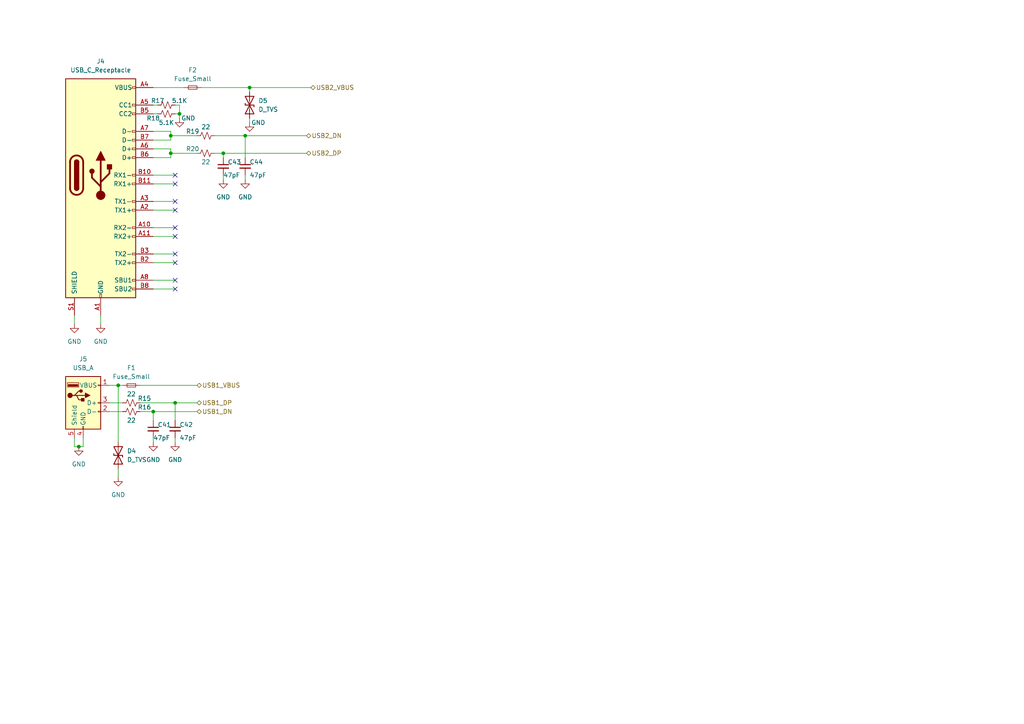
<source format=kicad_sch>
(kicad_sch (version 20211123) (generator eeschema)
  (paper "A4")
  (lib_symbols
    (symbol "Connector:USB_A" (pin_names (offset 1.016))
      (property "Reference" "J" (at -5.08 11.43 0))
      (property "Value" "USB_A" (at -5.08 8.89 0))
      (symbol "USB_A_0_1"
        (rectangle (start -5.08 -7.62) (end 5.08 7.62) (stroke (width 0.254)) (fill (type background)))
        (circle (center -3.81 2.159) (radius 0.635) (stroke (width 0.254)) (fill (type outline)))
        (rectangle (start -1.524 4.826) (end -4.318 5.334) (fill (type outline)))
        (rectangle (start -1.27 4.572) (end -4.572 5.842))
        (circle (center -0.635 3.429) (radius 0.381) (stroke (width 0.254)) (fill (type outline)))
        (rectangle (start -0.127 -7.62) (end 0.127 -6.858))
        (polyline (pts (xy -3.175 2.159) (xy -2.54 2.159) (xy -1.27 3.429) (xy -0.635 3.429)) (stroke (width 0.254)))
        (polyline (pts (xy -2.54 2.159) (xy -1.905 2.159) (xy -1.27 0.889) (xy 0 0.889)) (stroke (width 0.254)))
        (polyline (pts (xy 0.635 2.794) (xy 0.635 1.524) (xy 1.905 2.159) (xy 0.635 2.794)) (stroke (width 0.254)) (fill (type outline)))
        (rectangle (start 0.254 1.27) (end -0.508 0.508) (stroke (width 0.254)) (fill (type outline)))
        (rectangle (start 5.08 -2.667) (end 4.318 -2.413))
        (rectangle (start 5.08 -0.127) (end 4.318 0.127))
        (rectangle (start 5.08 4.953) (end 4.318 5.207))
      )
      (symbol "USB_A_1_1"
        (polyline (pts (xy -1.905 2.159) (xy 0.635 2.159)) (stroke (width 0.254)))
        (pin power_in line (at 7.62 5.08 180) (length 2.54) (name "VBUS") (number "1"))
        (pin bidirectional line (at 7.62 -2.54 180) (length 2.54) (name "D-") (number "2"))
        (pin bidirectional line (at 7.62 0 180) (length 2.54) (name "D+") (number "3"))
        (pin power_in line (at 0 -10.16 90) (length 2.54) (name "GND") (number "4"))
        (pin passive line (at -2.54 -10.16 90) (length 2.54) (name "Shield") (number "5"))
      )
    )
    (symbol "Connector:USB_C_Receptacle" (pin_names (offset 1.016))
      (property "Reference" "J" (at -10.16 29.21 0))
      (property "Value" "USB_C_Receptacle" (at 10.16 29.21 0))
      (symbol "USB_C_Receptacle_0_0"
        (rectangle (start -0.254 -35.56) (end 0.254 -34.544))
        (rectangle (start 10.16 -32.766) (end 9.144 -33.274))
        (rectangle (start 10.16 -30.226) (end 9.144 -30.734))
        (rectangle (start 10.16 -25.146) (end 9.144 -25.654))
        (rectangle (start 10.16 -22.606) (end 9.144 -23.114))
        (rectangle (start 10.16 -17.526) (end 9.144 -18.034))
        (rectangle (start 10.16 -14.986) (end 9.144 -15.494))
        (rectangle (start 10.16 -9.906) (end 9.144 -10.414))
        (rectangle (start 10.16 -7.366) (end 9.144 -7.874))
        (rectangle (start 10.16 -2.286) (end 9.144 -2.794))
        (rectangle (start 10.16 0.254) (end 9.144 -0.254))
        (rectangle (start 10.16 5.334) (end 9.144 4.826))
        (rectangle (start 10.16 7.874) (end 9.144 7.366))
        (rectangle (start 10.16 10.414) (end 9.144 9.906))
        (rectangle (start 10.16 12.954) (end 9.144 12.446))
        (rectangle (start 10.16 18.034) (end 9.144 17.526))
        (rectangle (start 10.16 20.574) (end 9.144 20.066))
        (rectangle (start 10.16 25.654) (end 9.144 25.146))
      )
      (symbol "USB_C_Receptacle_0_1"
        (rectangle (start -10.16 27.94) (end 10.16 -35.56) (stroke (width 0.254)) (fill (type background)))
        (arc (start -8.89 -3.81) (mid -6.985 -5.715) (end -5.08 -3.81) (stroke (width 0.508)))
        (arc (start -7.62 -3.81) (mid -6.985 -4.445) (end -6.35 -3.81) (stroke (width 0.254)))
        (arc (start -7.62 -3.81) (mid -6.985 -4.445) (end -6.35 -3.81) (stroke (width 0.254)) (fill (type outline)))
        (rectangle (start -7.62 -3.81) (end -6.35 3.81) (stroke (width 0.254)) (fill (type outline)))
        (arc (start -6.35 3.81) (mid -6.985 4.445) (end -7.62 3.81) (stroke (width 0.254)))
        (arc (start -6.35 3.81) (mid -6.985 4.445) (end -7.62 3.81) (stroke (width 0.254)) (fill (type outline)))
        (arc (start -5.08 3.81) (mid -6.985 5.715) (end -8.89 3.81) (stroke (width 0.508)))
        (polyline (pts (xy -8.89 -3.81) (xy -8.89 3.81)) (stroke (width 0.508)))
        (polyline (pts (xy -5.08 3.81) (xy -5.08 -3.81)) (stroke (width 0.508)))
      )
      (symbol "USB_C_Receptacle_1_1"
        (circle (center -2.54 1.143) (radius 0.635) (stroke (width 0.254)) (fill (type outline)))
        (circle (center 0 -5.842) (radius 1.27) (fill (type outline)))
        (polyline (pts (xy 0 -5.842) (xy 0 4.318)) (stroke (width 0.508)))
        (polyline (pts (xy 0 -3.302) (xy -2.54 -0.762) (xy -2.54 0.508)) (stroke (width 0.508)))
        (polyline (pts (xy 0 -2.032) (xy 2.54 0.508) (xy 2.54 1.778)) (stroke (width 0.508)))
        (polyline (pts (xy -1.27 4.318) (xy 0 6.858) (xy 1.27 4.318) (xy -1.27 4.318)) (stroke (width 0.254)) (fill (type outline)))
        (rectangle (start 1.905 1.778) (end 3.175 3.048) (stroke (width 0.254)) (fill (type outline)))
        (pin passive line (at 0 -40.64 90) (length 5.08) (name "GND") (number "A1"))
        (pin bidirectional line (at 15.24 -15.24 180) (length 5.08) (name "RX2-") (number "A10"))
        (pin bidirectional line (at 15.24 -17.78 180) (length 5.08) (name "RX2+") (number "A11"))
        (pin passive line (at 0 -40.64 90) (length 5.08) hide (name "GND") (number "A12"))
        (pin bidirectional line (at 15.24 -10.16 180) (length 5.08) (name "TX1+") (number "A2"))
        (pin bidirectional line (at 15.24 -7.62 180) (length 5.08) (name "TX1-") (number "A3"))
        (pin passive line (at 15.24 25.4 180) (length 5.08) (name "VBUS") (number "A4"))
        (pin bidirectional line (at 15.24 20.32 180) (length 5.08) (name "CC1") (number "A5"))
        (pin bidirectional line (at 15.24 7.62 180) (length 5.08) (name "D+") (number "A6"))
        (pin bidirectional line (at 15.24 12.7 180) (length 5.08) (name "D-") (number "A7"))
        (pin bidirectional line (at 15.24 -30.48 180) (length 5.08) (name "SBU1") (number "A8"))
        (pin passive line (at 15.24 25.4 180) (length 5.08) hide (name "VBUS") (number "A9"))
        (pin passive line (at 0 -40.64 90) (length 5.08) hide (name "GND") (number "B1"))
        (pin bidirectional line (at 15.24 0 180) (length 5.08) (name "RX1-") (number "B10"))
        (pin bidirectional line (at 15.24 -2.54 180) (length 5.08) (name "RX1+") (number "B11"))
        (pin passive line (at 0 -40.64 90) (length 5.08) hide (name "GND") (number "B12"))
        (pin bidirectional line (at 15.24 -25.4 180) (length 5.08) (name "TX2+") (number "B2"))
        (pin bidirectional line (at 15.24 -22.86 180) (length 5.08) (name "TX2-") (number "B3"))
        (pin passive line (at 15.24 25.4 180) (length 5.08) hide (name "VBUS") (number "B4"))
        (pin bidirectional line (at 15.24 17.78 180) (length 5.08) (name "CC2") (number "B5"))
        (pin bidirectional line (at 15.24 5.08 180) (length 5.08) (name "D+") (number "B6"))
        (pin bidirectional line (at 15.24 10.16 180) (length 5.08) (name "D-") (number "B7"))
        (pin bidirectional line (at 15.24 -33.02 180) (length 5.08) (name "SBU2") (number "B8"))
        (pin passive line (at 15.24 25.4 180) (length 5.08) hide (name "VBUS") (number "B9"))
        (pin passive line (at -7.62 -40.64 90) (length 5.08) (name "SHIELD") (number "S1"))
      )
    )
    (symbol "Device:C_Small" (pin_numbers hide) (pin_names (offset 0.254) hide)
      (property "Reference" "C" (at 0.254 1.778 0))
      (property "Value" "C_Small" (at 0.254 -2.032 0))
      (symbol "C_Small_0_1"
        (polyline (pts (xy -1.524 -0.508) (xy 1.524 -0.508)) (stroke (width 0.3302)))
        (polyline (pts (xy -1.524 0.508) (xy 1.524 0.508)) (stroke (width 0.3048)))
      )
      (symbol "C_Small_1_1"
        (pin passive line (at 0 2.54 270) (length 2.032) (name "~") (number "1"))
        (pin passive line (at 0 -2.54 90) (length 2.032) (name "~") (number "2"))
      )
    )
    (symbol "Device:D_TVS" (pin_numbers hide) (pin_names (offset 1.016) hide)
      (property "Reference" "D" (at 0 2.54 0))
      (property "Value" "D_TVS" (at 0 -2.54 0))
      (symbol "D_TVS_0_1"
        (polyline (pts (xy 1.27 0) (xy -1.27 0)))
        (polyline (pts (xy 0.508 1.27) (xy 0 1.27) (xy 0 -1.27) (xy -0.508 -1.27)) (stroke (width 0.254)))
        (polyline (pts (xy -2.54 1.27) (xy -2.54 -1.27) (xy 2.54 1.27) (xy 2.54 -1.27) (xy -2.54 1.27)) (stroke (width 0.254)))
      )
      (symbol "D_TVS_1_1"
        (pin passive line (at -3.81 0 0) (length 2.54) (name "A1") (number "1"))
        (pin passive line (at 3.81 0 180) (length 2.54) (name "A2") (number "2"))
      )
    )
    (symbol "Device:Fuse_Small" (pin_numbers hide) (pin_names (offset 0.254) hide)
      (property "Reference" "F" (at 0 -1.524 0))
      (property "Value" "Fuse_Small" (at 0 1.524 0))
      (symbol "Fuse_Small_0_1"
        (rectangle (start -1.27 0.508) (end 1.27 -0.508))
        (polyline (pts (xy -1.27 0) (xy 1.27 0)))
      )
      (symbol "Fuse_Small_1_1"
        (pin passive line (at -2.54 0 0) (length 1.27) (name "~") (number "1"))
        (pin passive line (at 2.54 0 180) (length 1.27) (name "~") (number "2"))
      )
    )
    (symbol "Device:R_Small_US" (pin_numbers hide) (pin_names (offset 0.254) hide)
      (property "Reference" "R" (at 0.762 0.508 0))
      (property "Value" "R_Small_US" (at 0.762 -1.016 0))
      (symbol "R_Small_US_1_1"
        (polyline (pts (xy 0 0) (xy 1.016 -0.381) (xy 0 -0.762) (xy -1.016 -1.143) (xy 0 -1.524)))
        (polyline (pts (xy 0 1.524) (xy 1.016 1.143) (xy 0 0.762) (xy -1.016 0.381) (xy 0 0)))
        (pin passive line (at 0 2.54 270) (length 1.016) (name "~") (number "1"))
        (pin passive line (at 0 -2.54 90) (length 1.016) (name "~") (number "2"))
      )
    )
    (symbol "power:GND" (power) (pin_names (offset 0))
      (property "Value" "GND" (at 0 -3.81 0))
      (symbol "GND_0_1"
        (polyline (pts (xy 0 0) (xy 0 -1.27) (xy 1.27 -1.27) (xy 0 -2.54) (xy -1.27 -1.27) (xy 0 -1.27)))
      )
      (symbol "GND_1_1"
        (pin power_in line (at 0 0 270) (length 0) hide (name "GND") (number "1"))
      )
    )
  )
  (junction (at 64.77 44.45))
  (junction (at 49.53 44.45))
  (junction (at 71.12 39.37))
  (junction (at 34.29 111.76))
  (junction (at 44.45 119.38))
  (junction (at 49.53 39.37))
  (junction (at 50.8 116.84))
  (junction (at 22.86 129.54))
  (junction (at 52.07 33.02))
  (junction (at 72.39 25.4))
  (no_connect (at 50.8 73.66))
  (no_connect (at 50.8 60.96))
  (no_connect (at 50.8 81.28))
  (no_connect (at 50.8 58.42))
  (no_connect (at 50.8 68.58))
  (no_connect (at 50.8 50.8))
  (no_connect (at 50.8 66.04))
  (no_connect (at 50.8 83.82))
  (no_connect (at 50.8 76.2))
  (no_connect (at 50.8 53.34))
  (wire (pts (xy 62.23 44.45) (xy 64.77 44.45)))
  (wire (pts (xy 44.45 53.34) (xy 50.8 53.34)))
  (wire (pts (xy 40.64 116.84) (xy 50.8 116.84)))
  (wire (pts (xy 50.8 116.84) (xy 57.15 116.84)))
  (wire (pts (xy 31.75 116.84) (xy 35.56 116.84)))
  (wire (pts (xy 49.53 44.45) (xy 57.15 44.45)))
  (wire (pts (xy 31.75 119.38) (xy 35.56 119.38)))
  (wire (pts (xy 49.53 38.1) (xy 44.45 38.1)))
  (wire (pts (xy 71.12 50.8) (xy 71.12 52.07)))
  (wire (pts (xy 44.45 43.18) (xy 49.53 43.18)))
  (wire (pts (xy 24.13 129.54) (xy 22.86 129.54)))
  (wire (pts (xy 49.53 44.45) (xy 49.53 43.18)))
  (wire (pts (xy 44.45 30.48) (xy 45.72 30.48)))
  (wire (pts (xy 34.29 111.76) (xy 35.56 111.76)))
  (wire (pts (xy 72.39 25.4) (xy 90.17 25.4)))
  (wire (pts (xy 72.39 34.29) (xy 72.39 35.56)))
  (wire (pts (xy 44.45 119.38) (xy 44.45 121.92)))
  (wire (pts (xy 50.8 116.84) (xy 50.8 121.92)))
  (wire (pts (xy 44.45 127) (xy 44.45 128.27)))
  (wire (pts (xy 64.77 44.45) (xy 88.9 44.45)))
  (wire (pts (xy 21.59 129.54) (xy 21.59 127)))
  (wire (pts (xy 52.07 34.29) (xy 52.07 33.02)))
  (wire (pts (xy 40.64 111.76) (xy 57.15 111.76)))
  (wire (pts (xy 58.42 25.4) (xy 72.39 25.4)))
  (wire (pts (xy 50.8 30.48) (xy 52.07 30.48)))
  (wire (pts (xy 44.45 119.38) (xy 57.15 119.38)))
  (wire (pts (xy 44.45 76.2) (xy 50.8 76.2)))
  (wire (pts (xy 52.07 30.48) (xy 52.07 33.02)))
  (wire (pts (xy 22.86 129.54) (xy 21.59 129.54)))
  (wire (pts (xy 49.53 39.37) (xy 49.53 38.1)))
  (wire (pts (xy 71.12 39.37) (xy 88.9 39.37)))
  (wire (pts (xy 44.45 25.4) (xy 53.34 25.4)))
  (wire (pts (xy 24.13 127) (xy 24.13 129.54)))
  (wire (pts (xy 29.21 91.44) (xy 29.21 93.98)))
  (wire (pts (xy 50.8 33.02) (xy 52.07 33.02)))
  (wire (pts (xy 34.29 111.76) (xy 34.29 128.27)))
  (wire (pts (xy 50.8 127) (xy 50.8 128.27)))
  (wire (pts (xy 44.45 40.64) (xy 49.53 40.64)))
  (wire (pts (xy 44.45 81.28) (xy 50.8 81.28)))
  (wire (pts (xy 31.75 111.76) (xy 34.29 111.76)))
  (wire (pts (xy 44.45 50.8) (xy 50.8 50.8)))
  (wire (pts (xy 49.53 40.64) (xy 49.53 39.37)))
  (wire (pts (xy 62.23 39.37) (xy 71.12 39.37)))
  (wire (pts (xy 34.29 135.89) (xy 34.29 138.43)))
  (wire (pts (xy 44.45 66.04) (xy 50.8 66.04)))
  (wire (pts (xy 44.45 60.96) (xy 50.8 60.96)))
  (wire (pts (xy 64.77 44.45) (xy 64.77 45.72)))
  (wire (pts (xy 44.45 83.82) (xy 50.8 83.82)))
  (wire (pts (xy 44.45 58.42) (xy 50.8 58.42)))
  (wire (pts (xy 44.45 45.72) (xy 49.53 45.72)))
  (wire (pts (xy 44.45 33.02) (xy 45.72 33.02)))
  (wire (pts (xy 72.39 25.4) (xy 72.39 26.67)))
  (wire (pts (xy 44.45 68.58) (xy 50.8 68.58)))
  (wire (pts (xy 40.64 119.38) (xy 44.45 119.38)))
  (wire (pts (xy 64.77 50.8) (xy 64.77 52.07)))
  (wire (pts (xy 21.59 91.44) (xy 21.59 93.98)))
  (wire (pts (xy 49.53 39.37) (xy 57.15 39.37)))
  (wire (pts (xy 49.53 45.72) (xy 49.53 44.45)))
  (wire (pts (xy 44.45 73.66) (xy 50.8 73.66)))
  (wire (pts (xy 71.12 39.37) (xy 71.12 45.72)))
  (hierarchical_label "USB2_DN" (shape bidirectional) (at 88.9 39.37 0))
  (hierarchical_label "USB2_DP" (shape bidirectional) (at 88.9 44.45 0))
  (hierarchical_label "USB1_DP" (shape bidirectional) (at 57.15 116.84 0))
  (hierarchical_label "USB1_DN" (shape bidirectional) (at 57.15 119.38 0))
  (hierarchical_label "USB2_VBUS" (shape bidirectional) (at 90.17 25.4 0))
  (hierarchical_label "USB1_VBUS" (shape bidirectional) (at 57.15 111.76 0))
  (symbol (lib_id "power:GND") (at 44.45 128.27 0) (unit 1)
    (property "Reference" "#PWR0128" (effects hide))
    (property "Value" "GND" (at 44.45 133.35 0))
  )
  (symbol (lib_id "power:GND") (at 72.39 35.56 0) (unit 1)
    (property "Reference" "#PWR0165" (effects hide))
    (property "Value" "GND" (at 74.93 35.56 0))
  )
  (symbol (lib_id "power:GND") (at 34.29 138.43 0) (unit 1)
    (property "Reference" "#PWR0164" (effects hide))
    (property "Value" "GND" (at 34.29 143.51 0))
  )
  (symbol (lib_id "Device:Fuse_Small") (at 38.1 111.76 0) (unit 1)
    (property "Reference" "F1" (at 38.1 106.68 0))
    (property "Value" "Fuse_Small" (at 38.1 109.22 0))
    (property "Footprint" "Resistor_SMD:R_1206_3216Metric" (effects hide))
  )
  (symbol (lib_id "Device:D_TVS") (at 34.29 132.08 90) (unit 1)
    (property "Reference" "D4" (at 36.83 130.8099 90) (effects (justify right)))
    (property "Value" "D_TVS" (at 36.83 133.3499 90) (effects (justify right)))
    (property "Footprint" "Diode_SMD:D_SOD-123" (effects hide))
  )
  (symbol (lib_id "power:GND") (at 64.77 52.07 0) (unit 1)
    (property "Reference" "#PWR0126" (effects hide))
    (property "Value" "GND" (at 64.77 57.15 0))
  )
  (symbol (lib_id "Device:R_Small_US") (at 38.1 119.38 90) (unit 1)
    (property "Reference" "R16" (at 41.91 118.11 90))
    (property "Value" "22" (at 38.1 121.92 90))
    (property "Footprint" "Resistor_SMD:R_0402_1005Metric" (effects hide))
  )
  (symbol (lib_id "Device:C_Small") (at 44.45 124.46 0) (unit 1)
    (property "Reference" "C41" (at 45.72 123.19 0) (effects (justify left)))
    (property "Value" "47pF" (at 44.45 127 0) (effects (justify left)))
    (property "Footprint" "Capacitor_SMD:C_0402_1005Metric" (effects hide))
  )
  (symbol (lib_id "Device:C_Small") (at 50.8 124.46 0) (unit 1)
    (property "Reference" "C42" (at 52.07 123.19 0) (effects (justify left)))
    (property "Value" "47pF" (at 52.07 127 0) (effects (justify left)))
    (property "Footprint" "Capacitor_SMD:C_0402_1005Metric" (effects hide))
  )
  (symbol (lib_id "Device:C_Small") (at 64.77 48.26 0) (unit 1)
    (property "Reference" "C43" (at 66.04 46.99 0) (effects (justify left)))
    (property "Value" "47pF" (at 64.77 50.8 0) (effects (justify left)))
    (property "Footprint" "Capacitor_SMD:C_0402_1005Metric" (effects hide))
  )
  (symbol (lib_id "power:GND") (at 29.21 93.98 0) (unit 1)
    (property "Reference" "#PWR0125" (effects hide))
    (property "Value" "GND" (at 29.21 99.06 0))
  )
  (symbol (lib_id "Device:R_Small_US") (at 48.26 33.02 90) (unit 1)
    (property "Reference" "R18" (at 44.45 34.29 90))
    (property "Value" "5.1K" (at 48.26 35.56 90))
    (property "Footprint" "Resistor_SMD:R_0402_1005Metric" (effects hide))
  )
  (symbol (lib_id "Device:Fuse_Small") (at 55.88 25.4 0) (unit 1)
    (property "Reference" "F2" (at 55.88 20.32 0))
    (property "Value" "Fuse_Small" (at 55.88 22.86 0))
    (property "Footprint" "Resistor_SMD:R_1206_3216Metric" (effects hide))
  )
  (symbol (lib_id "power:GND") (at 50.8 128.27 0) (unit 1)
    (property "Reference" "#PWR0129" (effects hide))
    (property "Value" "GND" (at 50.8 133.35 0))
  )
  (symbol (lib_id "power:GND") (at 21.59 93.98 0) (unit 1)
    (property "Reference" "#PWR0127" (effects hide))
    (property "Value" "GND" (at 21.59 99.06 0))
  )
  (symbol (lib_id "Device:R_Small_US") (at 59.69 39.37 90) (unit 1)
    (property "Reference" "R19" (at 55.88 38.1 90))
    (property "Value" "22" (at 59.69 36.83 90))
    (property "Footprint" "Resistor_SMD:R_0402_1005Metric" (effects hide))
  )
  (symbol (lib_id "Connector:USB_A") (at 24.13 116.84 0) (unit 1)
    (property "Reference" "J5" (at 24.13 104.14 0))
    (property "Value" "USB_A" (at 24.13 106.68 0))
    (property "Footprint" "Connector_USB:USB_A_Molex_67643_Horizontal" (effects hide))
    (property "Datasheet" " ~" (effects hide))
  )
  (symbol (lib_id "power:GND") (at 52.07 34.29 0) (unit 1)
    (property "Reference" "#PWR0123" (effects hide))
    (property "Value" "GND" (at 54.61 34.29 0))
  )
  (symbol (lib_id "power:GND") (at 22.86 129.54 0) (unit 1)
    (property "Reference" "#PWR0130" (effects hide))
    (property "Value" "GND" (at 22.86 134.62 0))
  )
  (symbol (lib_id "Device:R_Small_US") (at 48.26 30.48 90) (unit 1)
    (property "Reference" "R17" (at 45.72 29.21 90))
    (property "Value" "5.1K" (at 52.07 29.21 90))
    (property "Footprint" "Resistor_SMD:R_0402_1005Metric" (effects hide))
  )
  (symbol (lib_id "Connector:USB_C_Receptacle") (at 29.21 50.8 0) (unit 1)
    (property "Reference" "J4" (at 29.21 17.78 0))
    (property "Value" "USB_C_Receptacle" (at 29.21 20.32 0))
    (property "Footprint" "Connector_USB:USB_C_Receptacle_Amphenol_12401610E4-2A_CircularHoles" (effects hide))
    (property "Datasheet" "https://www.usb.org/sites/default/files/documents/usb_type-c.zip" (effects hide))
  )
  (symbol (lib_id "Device:C_Small") (at 71.12 48.26 0) (unit 1)
    (property "Reference" "C44" (at 72.39 46.99 0) (effects (justify left)))
    (property "Value" "47pF" (at 72.39 50.8 0) (effects (justify left)))
    (property "Footprint" "Capacitor_SMD:C_0402_1005Metric" (effects hide))
  )
  (symbol (lib_id "Device:R_Small_US") (at 59.69 44.45 90) (unit 1)
    (property "Reference" "R20" (at 55.88 43.18 90))
    (property "Value" "22" (at 59.69 46.99 90))
    (property "Footprint" "Resistor_SMD:R_0402_1005Metric" (effects hide))
  )
  (symbol (lib_id "Device:D_TVS") (at 72.39 30.48 90) (unit 1)
    (property "Reference" "D5" (at 74.93 29.2099 90) (effects (justify right)))
    (property "Value" "D_TVS" (at 74.93 31.7499 90) (effects (justify right)))
    (property "Footprint" "Diode_SMD:D_SOD-123" (effects hide))
  )
  (symbol (lib_id "Device:R_Small_US") (at 38.1 116.84 90) (unit 1)
    (property "Reference" "R15" (at 41.91 115.57 90))
    (property "Value" "22" (at 38.1 114.3 90))
    (property "Footprint" "Resistor_SMD:R_0402_1005Metric" (effects hide))
  )
  (symbol (lib_id "power:GND") (at 71.12 52.07 0) (unit 1)
    (property "Reference" "#PWR0124" (effects hide))
    (property "Value" "GND" (at 71.12 57.15 0))
  )
)
</source>
